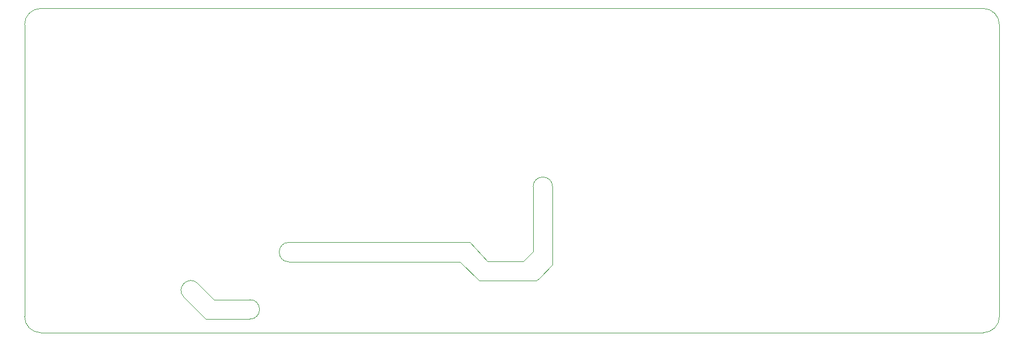
<source format=gbr>
G04 #@! TF.GenerationSoftware,KiCad,Pcbnew,5.1.4+dfsg1-1*
G04 #@! TF.CreationDate,2020-04-05T14:55:26+02:00*
G04 #@! TF.ProjectId,led-multiott,6c65642d-6d75-46c7-9469-6f74742e6b69,rev?*
G04 #@! TF.SameCoordinates,Original*
G04 #@! TF.FileFunction,Profile,NP*
%FSLAX46Y46*%
G04 Gerber Fmt 4.6, Leading zero omitted, Abs format (unit mm)*
G04 Created by KiCad (PCBNEW 5.1.4+dfsg1-1) date 2020-04-05 14:55:26*
%MOMM*%
%LPD*%
G04 APERTURE LIST*
%ADD10C,0.050000*%
G04 APERTURE END LIST*
D10*
X100000000Y-52500000D02*
G75*
G02X102500000Y-50000000I2500000J0D01*
G01*
X102500000Y-100000000D02*
G75*
G02X100000000Y-97500000I0J2500000D01*
G01*
X250000000Y-97500000D02*
G75*
G02X247500000Y-100000000I-2500000J0D01*
G01*
X247500000Y-50000000D02*
G75*
G02X250000000Y-52500000I0J-2500000D01*
G01*
X140687133Y-89071126D02*
G75*
G02X140687133Y-86071126I0J1500000D01*
G01*
X140687133Y-86071126D02*
X168500000Y-86071127D01*
X140687133Y-89071126D02*
X167000000Y-89071126D01*
X134650000Y-94900000D02*
G75*
G02X134650000Y-97900000I0J-1500000D01*
G01*
X127900000Y-97900000D02*
X124528680Y-94521320D01*
X124528680Y-94521320D02*
G75*
G02X126650000Y-92400000I1060660J1060660D01*
G01*
X129150000Y-94900000D02*
X126650000Y-92400000D01*
X134650000Y-97900000D02*
X127900000Y-97900000D01*
X134650000Y-94900000D02*
X129150000Y-94900000D01*
X176750000Y-89000000D02*
X171250000Y-89000000D01*
X178250000Y-87500000D02*
X176750000Y-89000000D01*
X170000000Y-92000000D02*
X167000000Y-89071126D01*
X176750000Y-92000000D02*
X170000000Y-92000000D01*
X178750000Y-92000000D02*
X179250000Y-91500000D01*
X176750000Y-92000000D02*
X178750000Y-92000000D01*
X181250000Y-89500000D02*
X179250000Y-91500000D01*
X181250000Y-77500000D02*
X181250000Y-89500000D01*
X171250000Y-89000000D02*
X168500000Y-86071127D01*
X178250000Y-77500000D02*
X178250000Y-87500000D01*
X178250000Y-77500000D02*
G75*
G02X181250000Y-77500000I1500000J0D01*
G01*
X247500000Y-100000000D02*
X102500000Y-100000000D01*
X250000000Y-52500000D02*
X250000000Y-97500000D01*
X102500000Y-50000000D02*
X247500000Y-50000000D01*
X100000000Y-97500000D02*
X100000000Y-52500000D01*
M02*

</source>
